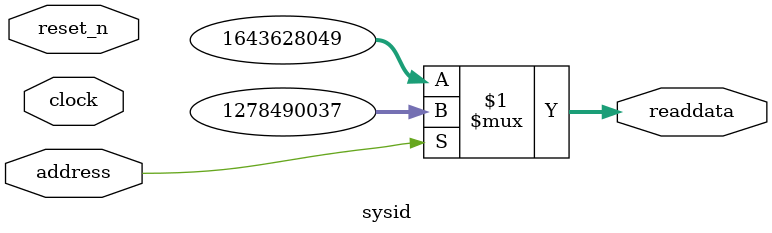
<source format=v>

`timescale 1ns / 1ps
// synthesis translate_on

// turn off superfluous verilog processor warnings 
// altera message_level Level1 
// altera message_off 10034 10035 10036 10037 10230 10240 10030 

module sysid (
               // inputs:
                address,
                clock,
                reset_n,

               // outputs:
                readdata
             )
;

  output  [ 31: 0] readdata;
  input            address;
  input            clock;
  input            reset_n;

  wire    [ 31: 0] readdata;
  //control_slave, which is an e_avalon_slave
  assign readdata = address ? 1278490037 : 1643628049;

endmodule


</source>
